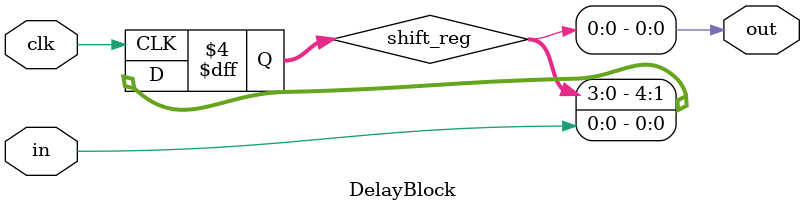
<source format=v>
module DelayBlock (
  input in,
  input clk,
  output reg out
);

parameter delay = 5; // number of clock cycles

reg [delay-1:0] shift_reg = 0; // shift register to store input signal

always @(posedge clk) begin
  shift_reg <= {shift_reg[delay-2:0], in}; // shift input signal into shift register
end

always @* begin
  out <= shift_reg[0]; // output delayed signal
end

endmodule
</source>
